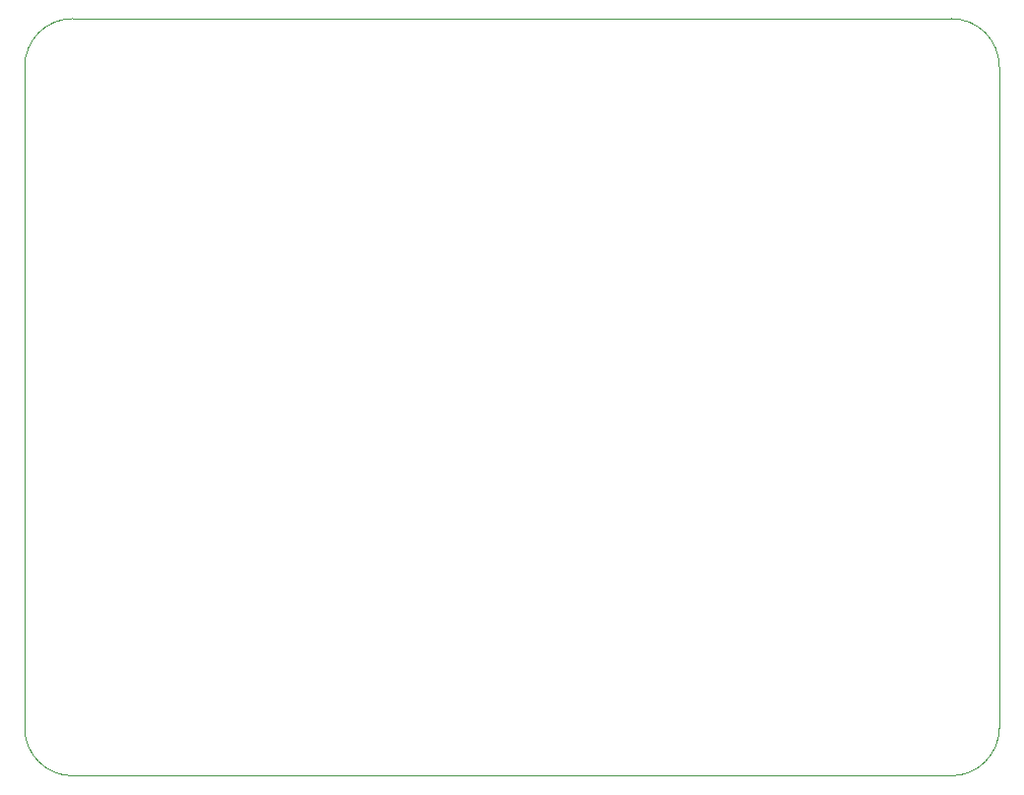
<source format=gbr>
%TF.GenerationSoftware,KiCad,Pcbnew,8.0.3*%
%TF.CreationDate,2024-11-01T12:04:32+00:00*%
%TF.ProjectId,CM4RadarBoard,434d3452-6164-4617-9242-6f6172642e6b,rev?*%
%TF.SameCoordinates,Original*%
%TF.FileFunction,Profile,NP*%
%FSLAX46Y46*%
G04 Gerber Fmt 4.6, Leading zero omitted, Abs format (unit mm)*
G04 Created by KiCad (PCBNEW 8.0.3) date 2024-11-01 12:04:32*
%MOMM*%
%LPD*%
G01*
G04 APERTURE LIST*
%TA.AperFunction,Profile*%
%ADD10C,0.050000*%
%TD*%
G04 APERTURE END LIST*
D10*
X40000000Y-101023500D02*
G75*
G02*
X35872500Y-96896000I0J4127500D01*
G01*
X35872500Y-40000000D02*
G75*
G02*
X40000000Y-35872500I4127500J0D01*
G01*
X119679800Y-96896000D02*
G75*
G02*
X115552300Y-101023500I-4127500J0D01*
G01*
X40000000Y-35872500D02*
X115552300Y-35872500D01*
X119679800Y-40000000D02*
X119679800Y-96896000D01*
X117670001Y-36450000D02*
X117670001Y-36450000D01*
X117670001Y-36450000D01*
X117670001Y-36450000D01*
X117670001Y-36450000D01*
X117670001Y-36450000D01*
X117670001Y-36450001D01*
X117670001Y-36450001D01*
X117670001Y-36450001D01*
X117670001Y-36450001D01*
X117670001Y-36450001D01*
X117670001Y-36450001D01*
X117670001Y-36450001D01*
X117670000Y-36450001D01*
X117670000Y-36450001D01*
X117670000Y-36450001D01*
X117670000Y-36450001D01*
X117670000Y-36450001D01*
X117670000Y-36450001D01*
X117670000Y-36450001D01*
X117670000Y-36450001D01*
X117670000Y-36450001D01*
X117670000Y-36450001D01*
X117670000Y-36450001D01*
X117670000Y-36450001D01*
X117669999Y-36450001D01*
X117669999Y-36450001D01*
X117669999Y-36450001D01*
X117669999Y-36450001D01*
X117669999Y-36450001D01*
X117669999Y-36450001D01*
X117669999Y-36450000D01*
X117669999Y-36450000D01*
X117669999Y-36450000D01*
X117669999Y-36450000D01*
X117669999Y-36450000D01*
X117669999Y-36450000D01*
X117669999Y-36450000D02*
X117669999Y-36450000D01*
X117669999Y-36450000D01*
X117669999Y-36450000D01*
X117669999Y-36450000D01*
X117669999Y-36450000D01*
X117669999Y-36450000D01*
X117669999Y-36449999D01*
X117669999Y-36449999D01*
X117669999Y-36449999D01*
X117669999Y-36449999D01*
X117669999Y-36449999D01*
X117670000Y-36449999D01*
X117670000Y-36449999D01*
X117670000Y-36449999D01*
X117670000Y-36449999D01*
X117670000Y-36449999D01*
X117670000Y-36449999D01*
X117670000Y-36449999D01*
X117670000Y-36449999D01*
X117670000Y-36449999D01*
X117670000Y-36449999D01*
X117670000Y-36449999D01*
X117670000Y-36449999D01*
X117670001Y-36449999D01*
X117670001Y-36449999D01*
X117670001Y-36449999D01*
X117670001Y-36449999D01*
X117670001Y-36449999D01*
X117670001Y-36449999D01*
X117670001Y-36450000D01*
X117670001Y-36450000D01*
X117670001Y-36450000D01*
X117670001Y-36450000D01*
X117670001Y-36450000D01*
X117670001Y-36450000D01*
X117670001Y-36450000D01*
X115552300Y-35872500D02*
G75*
G02*
X119679800Y-40000000I0J-4127500D01*
G01*
X35872500Y-96896000D02*
X35872500Y-40000000D01*
X115552300Y-101023500D02*
X40000000Y-101023500D01*
M02*

</source>
